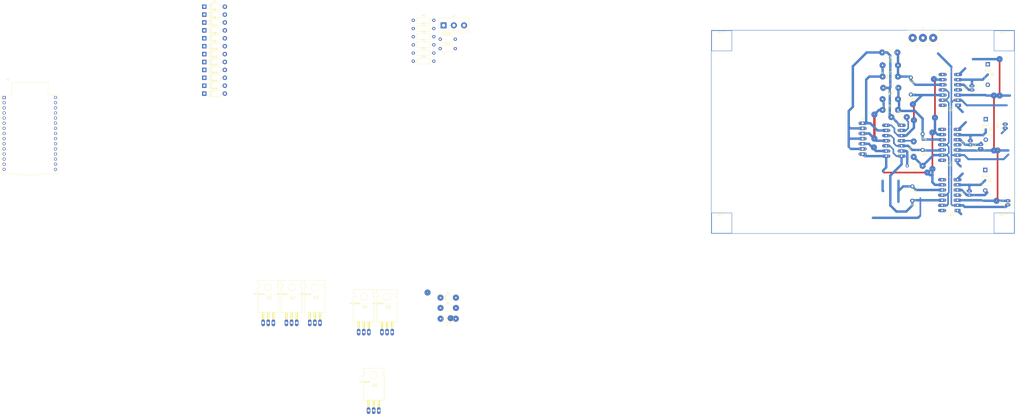
<source format=kicad_pcb>
(kicad_pcb (version 20221018) (generator pcbnew)
  (layers (0 "F.Cu" signal) (31 "B.Cu" signal) (34 "B.Paste" user) (35 "F.Paste" user) (36 "B.SilkS" user "B.Silkscreen") (37 "F.SilkS" user "F.Silkscreen") (38 "B.Mask" user) (39 "F.Mask" user) (44 "Edge.Cuts" user))
  (net 0 "")
  (net 1 "GND")
  (net 2 "VDD")
  (net 3 "Net-(U3-VS)")
  (net 4 "Net-(D3-K)")
  (net 5 "VCC")
  (net 6 "Net-(C7-Pad1)")
  (net 8 "Net-(C8-Pad1)")
  (net 9 "VSS")
  (net 10 "Net-(D2-K)")
  (net 11 "Net-(Q5-D)")
  (net 12 "Net-(D1-K)")
  (net 17 "Net-(TP1-Pad1)")
  (net 18 "Net-(C9-Pad1)")
  (net 19 "Net-(D4-Pad1)")
  (net 20 "Net-(TP3-Pad1)")
  (net 21 "Net-(TP4-Pad1)")
  (net 22 "Net-(D5-Pad1)")
  (net 23 "Net-(D6-Pad1)")
  (net 25 "Net-(R4-Pad2)")
  (net 26 "Net-(R5-Pad2)")
  (net 27 "Net-(R6-Pad2)")
  (net 32 "Net-(D4-A)")
  (net 33 "Net-(D4-K)")
  (net 34 "Net-(D6-A)")
  (net 36 "Net-(D8-A)")
  (net 38 "Net-(D10-A)")
  (net 40 "Net-(D12-A)")
  (net 42 "Net-(D14-A)")
  (net 43 "/INLC")
  (net 44 "/INHC")
  (net 45 "/INLA")
  (net 46 "/INLB")
  (net 47 "/INHA")
  (net 48 "/INHB")
  (net 49 "Net-(D6-K)")
  (net 70 "Net-(D3-A)")
  (net 71 "Net-(Q3-S)")
  (net 72 "Net-(D2-A)")
  (net 73 "Net-(J1-Pin_3)")
  (net 74 "Net-(D1-A)")
  (net 75 "Net-(D5-A)")
  (net 76 "Net-(D8-K)")
  (net 77 "Net-(D11-K)")
  (net 78 "Net-(D10-K)")
  (net 79 "Net-(D12-K)")
  (net 80 "Net-(D13-K)")
  (net 81 "Net-(D14-K)")
  (net 82 "Net-(Q1-S)")
  (footprint "Package_DIP:DIP-14_W7.62mm" (layer "F.Cu") (at 210.4945 72.44 180)
    (fp_text reference "U3")
    (fp_text value "IR2110")
  )
  (footprint "1N4007-Diotec-Symbol-Kicad-711646:P1_DO-41" (layer "F.Cu") (at -157.48 58.82)
    (fp_text reference "D13")
    (fp_text value "1N4007")
  )
  (footprint "Capacitor_THT:C_Radial_D5.0mm_H7.0mm_P2.00mm" (layer "F.Cu") (at 235.135 121.695 90)
    (fp_text reference "C6")
    (fp_text value "10UF")
  )
  (footprint "Diode_THT:D_DO-35_SOD27_P7.62mm_Horizontal" (layer "F.Cu") (at -45.66 167.64)
    (fp_text reference "D4")
    (fp_text value "1N4148")
  )
  (footprint "Resistor_THT:R_Axial_DIN0207_L6.3mm_D2.5mm_P10.16mm_Horizontal" (layer "F.Cu") (at -59.12 46.57)
    (fp_text reference "R5")
    (fp_text value "Resistor")
  )
  (footprint "IRF840:TO220" (layer "F.Cu") (at -119.38 173.736)
    (fp_text reference "Q2")
    (fp_text value "IRF840")
  )
  (footprint "Capacitor_THT:C_Radial_D5.0mm_H7.0mm_P2.00mm" (layer "F.Cu") (at 216.6005 91.977 90)
    (fp_text reference "C3")
    (fp_text value "10UF")
  )
  (footprint "Resistor_THT:R_Axial_DIN0207_L6.3mm_D2.5mm_P10.16mm_Horizontal" (layer "F.Cu") (at -59.12 30.37)
    (fp_text reference "R1")
    (fp_text value "Resistor")
  )
  (footprint "Resistor_THT:R_Axial_DIN0207_L6.3mm_D2.5mm_P7.62mm_Horizontal" (layer "F.Cu") (at 173.159 52.628)
    (fp_text reference "R2")
    (fp_text value "100")
  )
  (footprint "1N4007-Diotec-Symbol-Kicad-711646:P1_DO-41" (layer "F.Cu") (at -157.48 27.54)
    (fp_text reference "D5")
    (fp_text value "1N4007")
  )
  (footprint "Capacitor_THT:C_Axial_L5.1mm_D3.1mm_P7.50mm_Horizontal" (layer "F.Cu") (at 180.973 63.804 180)
    (fp_text reference "C8")
    (fp_text value "560pf")
  )
  (footprint "1N4007-Diotec-Symbol-Kicad-711646:P1_DO-41" (layer "F.Cu") (at 225.229 57.2 -90)
    (fp_text reference "D3")
    (fp_text value "1N4001")
  )
  (footprint "1N4007-Diotec-Symbol-Kicad-711646:P1_DO-41" (layer "F.Cu") (at -157.48 43.18)
    (fp_text reference "D9")
    (fp_text value "1N4007")
  )
  (footprint "IRF840:TO220" (layer "F.Cu") (at -72.1055 178.336)
    (fp_text reference "Q5")
    (fp_text value "IRF840")
  )
  (footprint "Resistor_THT:R_Axial_DIN0207_L6.3mm_D2.5mm_P10.16mm_Horizontal" (layer "F.Cu") (at -59.12 38.47)
    (fp_text reference "R3")
    (fp_text value "Resistor")
  )
  (footprint "Resistor_THT:R_Axial_DIN0207_L6.3mm_D2.5mm_P10.16mm_Horizontal" (layer "F.Cu") (at -59.12 34.42)
    (fp_text reference "R2")
    (fp_text value "Resistor")
  )
  (footprint "1N4007-Diotec-Symbol-Kicad-711646:P1_DO-41" (layer "F.Cu") (at -157.48 54.91)
    (fp_text reference "D12")
    (fp_text value "1N4148")
  )
  (footprint "IRF840:TO220" (layer "F.Cu") (at -107.839 173.736)
    (fp_text reference "Q3")
    (fp_text value "IRF840")
  )
  (footprint "Diode_THT:D_DO-35_SOD27_P7.62mm_Horizontal" (layer "F.Cu") (at 173.159 74.726)
    (fp_text reference "D6")
    (fp_text value "1N4148")
  )
  (footprint "Capacitor_THT:C_Radial_D5.0mm_H7.0mm_P2.00mm" (layer "F.Cu") (at 217.3625 64.799 90)
    (fp_text reference "C1")
    (fp_text value "10UF")
  )
  (footprint "Capacitor_THT:C_Axial_L5.1mm_D3.1mm_P7.50mm_Horizontal" (layer "F.Cu") (at -45.81 44.37)
    (fp_text reference "C11")
    (fp_text value "0.1uf")
  )
  (footprint "Capacitor_THT:C_Axial_L5.1mm_D3.1mm_P7.50mm_Horizontal" (layer "F.Cu") (at -38.1 178.054 180)
    (fp_text reference "C7")
    (fp_text value "560pf")
  )
  (footprint "1N4007-Diotec-Symbol-Kicad-711646:P1_DO-41" (layer "F.Cu") (at -157.48 51)
    (fp_text reference "D11")
    (fp_text value "1N4007")
  )
  (footprint "1N4007-Diotec-Symbol-Kicad-711646:P1_DO-41" (layer "F.Cu") (at -157.48 23.63)
    (fp_text reference "D4")
    (fp_text value "1N4148")
  )
  (footprint "Package_DIP:DIP-14_W7.62mm" (layer "F.Cu") (at 210.2405 99.618 180)
    (fp_text reference "U6")
    (fp_text value "IR2110")
  )
  (footprint "TerminalBlock:TerminalBlock_bornier-3_P5.08mm" (layer "F.Cu") (at 188.0415 39.058)
    (fp_text reference "J1")
    (fp_text value "Screw_Terminal_01x03")
  )
  (footprint "1N4007-Diotec-Symbol-Kicad-711646:P1_DO-41" (layer "F.Cu") (at -157.48 66.64)
    (fp_text reference "D15")
    (fp_text value "1N4007")
  )
  (footprint "Resistor_THT:R_Axial_DIN0207_L6.3mm_D2.5mm_P7.62mm_Horizontal" (layer "F.Cu") (at -45.66 172.72)
    (fp_text reference "R1")
    (fp_text value "100")
  )
  (footprint "Capacitor_THT:C_Axial_L5.1mm_D3.1mm_P7.50mm_Horizontal" (layer "F.Cu") (at 180.465 46.278 180)
    (fp_text reference "C9")
    (fp_text value "560pf")
  )
  (footprint "TerminalBlock:TerminalBlock_bornier-3_P5.08mm" (layer "F.Cu") (at -44.14 32.87)
    (fp_text reference "J1")
    (fp_text value "Screw_Terminal_01x03")
  )
  (footprint "MountingHole:MountingHole_3.2mm_M3" (layer "F.Cu") (at 93.475 40.6)
    (fp_text reference "REF**")
    (fp_text value "MountingHole_3.2mm_M3")
  )
  (footprint "MountingHole:MountingHole_3.2mm_M3" (layer "F.Cu") (at 233.68 40.64)
    (fp_text reference "REF**")
    (fp_text value "MountingHole_3.2mm_M3")
  )
  (footprint "Resistor_THT:R_Axial_DIN0207_L6.3mm_D2.5mm_P7.62mm_Horizontal" (layer "F.Cu") (at 192.971 102.412 180)
    (fp_text reference "R4")
    (fp_text value "10k")
  )
  (footprint "1N4007-Diotec-Symbol-Kicad-711646:P1_DO-41" (layer "F.Cu") (at -157.48 39.27)
    (fp_text reference "D8")
    (fp_text value "1N4148")
  )
  (footprint "Resistor_THT:R_Axial_DIN0207_L6.3mm_D2.5mm_P7.62mm_Horizontal" (layer "F.Cu") (at 177.477 78.282)
    (fp_text reference "R5")
    (fp_text value "10k")
  )
  (footprint "1N4007-Diotec-Symbol-Kicad-711646:P1_DO-41" (layer "F.Cu") (at -157.48 31.45)
    (fp_text reference "D6")
    (fp_text value "1N4148")
  )
  (footprint "Connector_PinHeader_2.54mm:PinHeader_1x07_P2.54mm_Vertical" (layer "F.Cu") (at 163.2605 81.32)
    (fp_text reference "J2")
    (fp_text value "Conn_01x07_Male")
  )
  (footprint "Package_DIP:DIP-14_W7.62mm" (layer "F.Cu") (at 210.2405 124.51 180)
    (fp_text reference "U9")
    (fp_text value "IR2110")
  )
  (footprint "Capacitor_THT:C_Radial_D5.0mm_H7.0mm_P2.00mm" (layer "F.Cu") (at 221.6985 93.81 90)
    (fp_text reference "C2")
    (fp_text value "10UF")
  )
  (footprint "Capacitor_THT:C_Radial_D5.0mm_H7.0mm_P2.00mm" (layer "F.Cu") (at 233.8405 83.7565 90)
    (fp_text reference "C4")
    (fp_text value "10UF")
  )
  (footprint "TestPoint:TestPoint_Loop_D1.80mm_Drill1.0mm_Beaded" (layer "F.Cu") (at 187.129 67.106)
    (fp_text reference "TP3")
    (fp_text value "TestPoint")
  )
  (footprint "IRF840:TO220" (layer "F.Cu") (at -78.74 217.17)
    (fp_text reference "Q6")
    (fp_text value "IRF840")
  )
  (footprint "TestPoint:TestPoint_Loop_D1.80mm_Drill1.0mm_Beaded" (layer "F.Cu") (at 192.971 86.664)
    (fp_text reference "TP6")
    (fp_text value "TestPoint")
  )
  (footprint "1N4007-Diotec-Symbol-Kicad-711646:P1_DO-41" (layer "F.Cu") (at -157.48 62.73)
    (fp_text reference "D14")
    (fp_text value "1N4148")
  )
  (footprint "Resistor_THT:R_Axial_DIN0207_L6.3mm_D2.5mm_P10.16mm_Horizontal" (layer "F.Cu") (at -59.12 50.62)
    (fp_text reference "R6")
    (fp_text value "Resistor")
  )
  (footprint "MountingHole:MountingHole_3.2mm_M3" (layer "F.Cu") (at 93.475 130.8)
    (fp_text reference "REF**")
    (fp_text value "MountingHole_3.2mm_M3")
  )
  (footprint "Resistor_THT:R_Axial_DIN0207_L6.3mm_D2.5mm_P7.62mm_Horizontal" (layer "F.Cu") (at 188.5514 97.9416 90)
    (fp_text reference "R6")
    (fp_text value "10k")
  )
  (footprint "MountingHole:MountingHole_3.2mm_M3" (layer "F.Cu") (at 233.2 130.8)
    (fp_text reference "REF**")
    (fp_text value "MountingHole_3.2mm_M3")
  )
  (footprint "IRF840:TO220" (layer "F.Cu") (at -130.921 173.736)
    (fp_text reference "Q1")
    (fp_text value "IRF840")
  )
  (footprint "ESP32-DEVKITC:MODULE_ESP32-DEVKITC" (layer "F.Cu") (at -248.92 91.44)
    (fp_text reference "A1")
    (fp_text value "ESP32_DevKit_V1_DOIT_30GPIOs")
  )
  (footprint "Capacitor_THT:C_Axial_L5.1mm_D3.1mm_P7.50mm_Horizontal" (layer "F.Cu") (at -45.81 39.72)
    (fp_text reference "C10")
    (fp_text value "10uf")
  )
  (footprint "Resistor_THT:R_Axial_DIN0207_L6.3mm_D2.5mm_P10.16mm_Horizontal" (layer "F.Cu") (at -59.12 42.52)
    (fp_text reference "R4")
    (fp_text value "Resistor")
  )
  (footprint "TestPoint:TestPoint_Loop_D1.80mm_Drill1.0mm_Beaded" (layer "F.Cu") (at 187.891 119.684)
    (fp_text reference "TP1")
    (fp_text value "TestPoint")
  )
  (footprint "Package_DIP:DIP-14_W7.62mm" (layer "F.Cu") (at 182.5545 97.586 180)
    (fp_text reference "U1")
    (fp_text value "74HC14")
  )
  (footprint "1N4007-Diotec-Symbol-Kicad-711646:P1_DO-41" (layer "F.Cu") (at -157.48 35.36)
    (fp_text reference "D7")
    (fp_text value "1N4007")
  )
  (footprint "1N4007-Diotec-Symbol-Kicad-711646:P1_DO-41" (layer "F.Cu") (at -157.48 47.09)
    (fp_text reference "D10")
    (fp_text value "1N4148")
  )
  (footprint "IRF840:TO220" (layer "F.Cu") (at -83.6465 178.336)
    (fp_text reference "Q4")
    (fp_text value "IRF840")
  )
  (footprint "TestPoint:TestPoint_Loop_D1.80mm_Drill1.0mm_Beaded" (layer "F.Cu") (at 187.891 112.572)
    (fp_text reference "TP2")
    (fp_text value "TestPoint")
  )
  (footprint "TestPoint:TestPoint_Loop_D1.80mm_Drill1.0mm_Beaded" (layer "F.Cu") (at 187.129 58.724)
    (fp_text reference "TP5")
    (fp_text value "TestPoint")
  )
  (footprint "Capacitor_THT:C_Radial_D5.0mm_H7.0mm_P2.00mm" (layer "F.Cu") (at 216.0925 116.869 90)
    (fp_text reference "C5")
    (fp_text value "10UF")
  )
  (footprint "Diode_THT:D_DO-35_SOD27_P7.62mm_Horizontal" (layer "F.Cu") (at 173.159 58.216)
    (fp_text reference "D5")
    (fp_text value "1N4148")
  )
  (footprint "1N4007-Diotec-Symbol-Kicad-711646:P1_DO-41" (layer "F.Cu") (at 223.959 109.524 -90)
    (fp_text reference "D1")
    (fp_text value "1N4001")
  )
  (footprint "1N4007-Diotec-Symbol-Kicad-711646:P1_DO-41" (layer "F.Cu") (at 224.213 84.378 -90)
    (fp_text reference "D2")
    (fp_text value "1N4001")
  )
  (footprint "TestPoint:TestPoint_Loop_D1.80mm_Drill1.0mm_Beaded" (layer "F.Cu") (at 192.971 94.538)
    (fp_text reference "TP4")
    (fp_text value "TestPoint")
  )
  (footprint "Resistor_THT:R_Axial_DIN0207_L6.3mm_D2.5mm_P7.62mm_Horizontal" (layer "F.Cu") (at 173.159 69.392)
    (fp_text reference "R3")
    (fp_text value "100")
  )
  (gr_rect (start 228.3 35.5) (end 238.3 45.5) (stroke (width 0.2)) (fill none) (layer "B.Cu"))
  (gr_rect (start 88.392 35.306) (end 238.468 135.89) (stroke (width 0.2)) (fill none) (layer "B.Cu"))
  (gr_rect (start 228.3 125.7) (end 238.3 135.7) (stroke (width 0.2)) (fill none) (layer "B.Cu"))
  (gr_rect (start 88.575 35.5) (end 98.575 45.5) (stroke (width 0.2)) (fill none) (layer "B.Cu"))
  (gr_rect (start 88.575 125.7) (end 98.575 135.7) (stroke (width 0.2)) (fill none) (layer "B.Cu"))
  (segment (start 216.0925 116.869) (end 223.726 116.869) (width 1.2) (layer "B.Cu") (net 0))
  (segment (start 214.8065 116.869) (end 216.0925 116.869) (width 0.8) (layer "B.Cu") (net 0))
  (segment (start 212.2875 114.35) (end 214.8065 116.869) (width 1.2) (layer "B.Cu") (net 0))
  (segment (start 210.2405 114.35) (end 212.2875 114.35) (width 1.2) (layer "B.Cu") (net 0))
  (segment (start 223.726 116.869) (end 224.985 115.61) (width 1.2) (layer "B.Cu") (net 0))
  (segment (start 207.449 97.078) (end 207.195 97.332) (width 0.8) (layer "B.Cu") (net 1))
  (segment (start 210.2405 97.078) (end 213.545 97.078) (width 1) (layer "B.Cu") (net 1))
  (segment (start 215.577 99.11) (end 233.087 99.11) (width 1) (layer "B.Cu") (net 1))
  (segment (start 232.0625 86.3175) (end 233.8405 84.5395) (width 1) (layer "B.Cu") (net 1))
  (segment (start 233.087 99.11) (end 235.389 96.808) (width 1) (layer "B.Cu") (net 1))
  (segment (start 207.195 71.17) (end 207.195 53.39) (width 0.8) (layer "B.Cu") (net 1))
  (segment (start 207.195 53.39) (end 200.591 46.786) (width 1.2) (layer "B.Cu") (net 1))
  (segment (start 234.098 122.732) (end 235.135 121.695) (width 1.2) (layer "B.Cu") (net 1))
  (segment (start 210.4945 69.9) (end 208.465 69.9) (width 0.8) (layer "B.Cu") (net 1))
  (segment (start 212.275 69.9) (end 214.815 72.44) (width 1) (layer "B.Cu") (net 1))
  (segment (start 213.545 97.078) (end 215.577 99.11) (width 1) (layer "B.Cu") (net 1))
  (segment (start 207.703 121.97) (end 210.2405 121.97) (width 0.8) (layer "B.Cu") (net 1))
  (segment (start 207.195 121.462) (end 207.703 121.97) (width 0.8) (layer "B.Cu") (net 1))
  (segment (start 211.005 121.97) (end 210.2405 121.97) (width 0.8) (layer "B.Cu") (net 1))
  (segment (start 208.465 69.9) (end 207.195 71.17) (width 0.8) (layer "B.Cu") (net 1))
  (segment (start 207.195 97.332) (end 207.195 121.462) (width 0.8) (layer "B.Cu") (net 1))
  (segment (start 213.799 122.732) (end 234.098 122.732) (width 1.2) (layer "B.Cu") (net 1))
  (segment (start 207.195 71.17) (end 207.195 97.332) (width 0.8) (layer "B.Cu") (net 1))
  (segment (start 210.4945 69.9) (end 212.275 69.9) (width 0.8) (layer "B.Cu") (net 1))
  (segment (start 214.815 72.44) (end 234.627 72.44) (width 1) (layer "B.Cu") (net 1))
  (segment (start 210.2405 97.078) (end 207.449 97.078) (width 0.8) (layer "B.Cu") (net 1))
  (segment (start 211.005 121.97) (end 213.037 121.97) (width 1.2) (layer "B.Cu") (net 1))
  (segment (start 213.037 121.97) (end 213.799 122.732) (width 1.2) (layer "B.Cu") (net 1))
  (segment (start 233.8405 84.5395) (end 233.8405 83.7565) (width 0.8) (layer "B.Cu") (net 1))
  (segment (start 233.8195 83.7775) (end 233.8405 83.7565) (width 0.8) (layer "B.Cu") (net 1))
  (segment (start 231.066 67.609) (end 231.066 49.585) (width 0.8) (layer "F.Cu") (net 2))
  (segment (start 228.282 67.619) (end 228.277 67.614) (width 0.8) (layer "F.Cu") (net 2))
  (segment (start 228.282 94.787) (end 228.282 67.619) (width 0.8) (layer "F.Cu") (net 2))
  (segment (start 231.071 49.58) (end 231.066 49.585) (width 0.8) (layer "F.Cu") (net 2))
  (segment (start 229.542 119.679) (end 230.055 119.166) (width 0.8) (layer "F.Cu") (net 2))
  (segment (start 230.055 119.166) (end 230.055 94.792) (width 0.8) (layer "F.Cu") (net 2))
  (via (at 231.066 49.585) (size 3) (drill 0.4) (layers "F.Cu" "B.Cu") (net 2))
  (via (at 229.542 119.679) (size 3) (drill 0.4) (layers "F.Cu" "B.Cu") (net 2))
  (via (at 230.055 94.792) (size 3) (drill 0.4) (layers "F.Cu" "B.Cu") (net 2))
  (via (at 231.066 67.609) (size 3) (drill 0.4) (layers "F.Cu" "B.Cu") (net 2))
  (via (at 228.282 94.787) (size 3) (drill 0.4) (layers "F.Cu" "B.Cu") (net 2))
  (via (at 228.277 67.614) (size 3) (drill 0.4) (layers "F.Cu" "B.Cu") (net 2))
  (segment (start 228.282 67.609) (end 230.568 67.609) (width 0.8) (layer "B.Cu") (net 2))
  (segment (start 224.4745 67.609) (end 231.066 67.609) (width 1.2) (layer "B.Cu") (net 2))
  (segment (start 210.2405 94.792) (end 223.1995 94.792) (width 1.2) (layer "B.Cu") (net 2))
  (segment (start 223.1995 94.792) (end 223.2045 94.787) (width 0.8) (layer "B.Cu") (net 2))
  (segment (start 222.1885 119.425) (end 222.4585 119.695) (width 0.8) (layer "B.Cu") (net 2))
  (segment (start 223.2045 119.679) (end 229.542 119.679) (width 1.2) (layer "B.Cu") (net 2))
  (segment (start 223.2045 94.787) (end 235.368 94.787) (width 1.2) (layer "B.Cu") (net 2))
  (segment (start 235.368 94.787) (end 235.389 94.808) (width 0.8) (layer "B.Cu") (net 2))
  (segment (start 222.1835 119.43) (end 222.1885 119.425) (width 0.8) (layer "B.Cu") (net 2))
  (segment (start 235.135 119.695) (end 229.558 119.695) (width 1.2) (layer "B.Cu") (net 2))
  (segment (start 210.4945 67.36) (end 224.2255 67.36) (width 1.2) (layer "B.Cu") (net 2))
  (segment (start 228.277 67.614) (end 228.282 67.609) (width 0.8) (layer "B.Cu") (net 2))
  (segment (start 231.066 49.585) (end 217.868 49.585) (width 1.2) (layer "B.Cu") (net 2))
  (segment (start 210.2405 119.43) (end 222.1835 119.43) (width 1.2) (layer "B.Cu") (net 2))
  (segment (start 231.066 67.609) (end 236.135 67.609) (width 1.2) (layer "B.Cu") (net 2))
  (segment (start 224.2255 67.36) (end 224.4745 67.609) (width 0.8) (layer "B.Cu") (net 2))
  (segment (start 229.558 119.695) (end 229.542 119.679) (width 0.8) (layer "B.Cu") (net 2))
  (segment (start 217.3625 64.799) (end 215.8225 64.799) (width 0.8) (layer "B.Cu") (net 3))
  (segment (start 213.3035 62.28) (end 210.4945 62.28) (width 1.2) (layer "B.Cu") (net 3))
  (segment (start 215.8225 64.799) (end 213.3035 62.28) (width 1.2) (layer "B.Cu") (net 3))
  (segment (start 217.3625 62.799) (end 217.3625 60.2405) (width 1.2) (layer "B.Cu") (net 4))
  (segment (start 222.689 59.74) (end 225.229 57.2) (width 1.2) (layer "B.Cu") (net 4))
  (segment (start 217.3625 60.2405) (end 217.863 59.74) (width 0.8) (layer "B.Cu") (net 4))
  (segment (start 210.4945 59.74) (end 217.863 59.74) (width 1.2) (layer "B.Cu") (net 4))
  (segment (start 217.863 59.74) (end 222.689 59.74) (width 1.2) (layer "B.Cu") (net 4))
  (segment (start 197.8045 85.897) (end 197.8045 103.931) (width 0.8) (layer "F.Cu") (net 5))
  (segment (start 195.257 105.714) (end 173.921 105.714) (width 0.8) (layer "F.Cu") (net 5))
  (segment (start 199.0745 78.531) (end 199.0745 60.0015) (width 0.8) (layer "F.Cu") (net 5))
  (segment (start 199.5825 79.039) (end 199.0745 78.531) (width 0.8) (layer "F.Cu") (net 5))
  (segment (start 173.921 105.714) (end 173.413 105.206) (width 0.8) (layer "F.Cu") (net 5))
  (segment (start 199.0745 60.0015) (end 198.559 59.486) (width 0.8) (layer "F.Cu") (net 5))
  (via (at 198.559 59.486) (size 3) (drill 0.4) (layers "F.Cu" "B.Cu") (net 5))
  (via (at 195.257 105.714) (size 3) (drill 0.4) (layers "F.Cu" "B.Cu") (net 5))
  (via (at -40.64 177.8) (size 3) (drill 0.4) (layers "F.Cu" "B.Cu") (net 5))
  (via (at 199.0745 78.531) (size 3) (drill 0.4) (layers "F.Cu" "B.Cu") (net 5))
  (via (at 197.8045 85.897) (size 3) (drill 0.4) (layers "F.Cu" "B.Cu") (net 5))
  (via (at 197.8045 103.931) (size 3) (drill 0.4) (layers "F.Cu" "B.Cu") (net 5))
  (segment (start 197.8045 106.979) (end 196.522 106.979) (width 1.2) (layer "B.Cu") (net 5))
  (segment (start 199.0745 85.643) (end 198.0585 85.643) (width 0.8) (layer "B.Cu") (net 5))
  (segment (start 198.813 59.74) (end 198.559 59.486) (width 1.2) (layer "B.Cu") (net 5))
  (segment (start 199.0745 85.643) (end 199.0745 78.531) (width 1.2) (layer "B.Cu") (net 5))
  (segment (start 197.8045 110.535) (end 199.0795 111.81) (width 1.2) (layer "B.Cu") (net 5))
  (segment (start 200.3495 86.918) (end 199.0745 85.643) (width 1.2) (layer "B.Cu") (net 5))
  (segment (start 174.9345 103.1715) (end 174.9345 97.586) (width 1.2) (layer "B.Cu") (net 5))
  (segment (start 202.8745 59.74) (end 198.813 59.74) (width 1.2) (layer "B.Cu") (net 5))
  (segment (start 197.8045 103.931) (end 197.8045 106.979) (width 1.2) (layer "B.Cu") (net 5))
  (segment (start 174.9345 97.586) (end 164.2865 97.586) (width 1.2) (layer "B.Cu") (net 5))
  (segment (start 199.0795 111.81) (end 202.6205 111.81) (width 1.2) (layer "B.Cu") (net 5))
  (segment (start 173.413 104.693) (end 174.9345 103.1715) (width 1.2) (layer "B.Cu") (net 5))
  (segment (start 202.6205 86.918) (end 200.3495 86.918) (width 1.2) (layer "B.Cu") (net 5))
  (segment (start 196.522 106.979) (end 195.257 105.714) (width 1.2) (layer "B.Cu") (net 5))
  (segment (start 173.413 105.206) (end 173.413 104.693) (width 1.2) (layer "B.Cu") (net 5))
  (segment (start 198.0585 85.643) (end 197.8045 85.897) (width 0.8) (layer "B.Cu") (net 5))
  (segment (start 164.2865 97.586) (end 163.2605 96.56) (width 1.2) (layer "B.Cu") (net 5))
  (segment (start 197.8045 106.979) (end 197.8045 110.535) (width 1.2) (layer "B.Cu") (net 5))
  (segment (start 202.6205 89.458) (end 202.5697 89.5088) (width 0.8) (layer "B.Cu") (net 8))
  (segment (start 192.971 79.044) (end 192.971 86.664) (width 1.2) (layer "B.Cu") (net 8))
  (segment (start 180.973 69.078) (end 181.287 69.392) (width 0.8) (layer "B.Cu") (net 8))
  (segment (start 201.8102 89.3564) (end 201.9626 89.5088) (width 1.2) (layer "B.Cu") (net 8))
  (segment (start 189.161 75.234) (end 189.923 75.996) (width 1.2) (layer "B.Cu") (net 8))
  (segment (start 193.0218 89.5088) (end 193.1234 89.5088) (width 0.8) (layer "B.Cu") (net 8))
  (segment (start 181.541 75.234) (end 189.161 75.234) (width 1.2) (layer "B.Cu") (net 8))
  (segment (start 192.971 86.664) (end 192.971 89.458) (width 1.2) (layer "B.Cu") (net 8))
  (segment (start 181.287 74.472) (end 181.033 74.726) (width 0.8) (layer "B.Cu") (net 8))
  (segment (start 192.971 89.458) (end 193.0218 89.5088) (width 0.8) (layer "B.Cu") (net 8))
  (segment (start 180.973 63.804) (end 180.973 69.078) (width 1.2) (layer "B.Cu") (net 8))
  (segment (start 202.5697 89.5088) (end 201.9626 89.5088) (width 0.8) (layer "B.Cu") (net 8))
  (segment (start 181.033 74.726) (end 181.541 75.234) (width 0.8) (layer "B.Cu") (net 8))
  (segment (start 193.2758 89.3564) (end 201.8102 89.3564) (width 1.2) (layer "B.Cu") (net 8))
  (segment (start 181.287 69.392) (end 181.287 74.472) (width 1.2) (layer "B.Cu") (net 8))
  (segment (start 189.923 75.996) (end 192.971 79.044) (width 1.2) (layer "B.Cu") (net 8))
  (segment (start 193.1234 89.5088) (end 193.2758 89.3564) (width 1.2) (layer "B.Cu") (net 8))
  (segment (start 187.891 97.586) (end 188.145 97.586) (width 0.8) (layer "B.Cu") (net 9))
  (segment (start 202.6205 91.998) (end 204.909 91.998) (width 0.8) (layer "B.Cu") (net 9))
  (segment (start 205.925 98.094) (end 205.925 115.62) (width 0.8) (layer "B.Cu") (net 9))
  (segment (start 204.909 97.078) (end 202.6205 97.078) (width 0.8) (layer "B.Cu") (net 9))
  (segment (start 156.395 93.014) (end 156.395 88.188) (width 1.2) (layer "B.Cu") (net 9))
  (segment (start 205.925 115.62) (end 205.544 116.001) (width 0.8) (layer "B.Cu") (net 9))
  (segment (start 181.795 82.346) (end 176.715 77.266) (width 1.2) (layer "B.Cu") (net 9))
  (segment (start 172.965 46.278) (end 175.445 46.278) (width 1.2) (layer "B.Cu") (net 9))
  (segment (start 158.427 72.948) (end 158.427 57.708) (width 1.2) (layer "B.Cu") (net 9))
  (segment (start 205.925 96.062) (end 204.909 97.078) (width 0.8) (layer "B.Cu") (net 9))
  (segment (start 205.925 68.376) (end 205.163 69.138) (width 0.8) (layer "B.Cu") (net 9))
  (segment (start 202.6205 97.078) (end 198.305 97.078) (width 1.2) (layer "B.Cu") (net 9))
  (segment (start 163.2605 88.94) (end 157.147 88.94) (width 1.2) (layer "B.Cu") (net 9))
  (segment (start 157.401 83.86) (end 156.395 82.854) (width 0.8) (layer "B.Cu") (net 9))
  (segment (start 202.6205 121.97) (end 204.909 121.97) (width 1.2) (layer "B.Cu") (net 9))
  (segment (start 156.395 88.188) (end 156.395 82.854) (width 1.2) (layer "B.Cu") (net 9))
  (segment (start 205.925 71.17) (end 205.925 90.982) (width 0.8) (layer "B.Cu") (net 9))
  (segment (start 176.969 63.55) (end 176.715 63.804) (width 0.8) (layer "B.Cu") (net 9))
  (segment (start 205.925 93.014) (end 205.925 96.062) (width 0.8) (layer "B.Cu") (net 9))
  (segment (start 205.544 121.335) (end 204.909 121.97) (width 0.8) (layer "B.Cu") (net 9))
  (segment (start 190.7105 128.116) (end 191.4725 127.354) (width 1.2) (layer "B.Cu") (net 9))
  (segment (start 165.285 46.278) (end 158.427 53.136) (width 1.2) (layer "B.Cu") (net 9))
  (segment (start 190.4565 128.116) (end 168.3585 128.116) (width 1.2) (layer "B.Cu") (net 9))
  (segment (start 156.395 75.234) (end 158.554 73.075) (width 1.2) (layer "B.Cu") (net 9))
  (segment (start 202.8745 69.9) (end 204.401 69.9) (width 0.8) (layer "B.Cu") (net 9))
  (segment (start 163.2605 83.86) (end 157.401 83.86) (width 1.2) (layer "B.Cu") (net 9))
  (segment (start 172.965 46.278) (end 165.285 46.278) (width 1.2) (layer "B.Cu") (net 9))
  (segment (start 188.145 97.586) (end 192.971 102.412) (width 1.2) (layer "B.Cu") (net 9))
  (segment (start 205.925 66.09) (end 205.925 68.376) (width 0.8) (layer "B.Cu") (net 9))
  (segment (start 205.544 116.001) (end 204.655 116.89) (width 0.8) (layer "B.Cu") (net 9))
  (segment (start 190.4565 128.116) (end 190.7105 128.116) (width 0.8) (layer "B.Cu") (net 9))
  (segment (start 156.395 82.854) (end 156.395 75.234) (width 1.2) (layer "B.Cu") (net 9))
  (segment (start 204.655 69.9) (end 205.925 71.17) (width 0.8) (layer "B.Cu") (net 9))
  (segment (start 204.655 64.82) (end 205.925 66.09) (width 0.8) (layer "B.Cu") (net 9))
  (segment (start 176.969 47.802) (end 176.969 63.55) (width 1.2) (layer "B.Cu") (net 9))
  (segment (start 190.9645 128.116) (end 190.4565 128.116) (width 0.8) (layer "B.Cu") (net 9))
  (segment (start 158.427 53.136) (end 158.427 57.708) (width 1.2) (layer "B.Cu") (net 9))
  (segment (start 202.8745 69.9) (end 204.655 69.9) (width 0.8) (layer "B.Cu") (net 9))
  (segment (start 176.715 77.266) (end 176.715 63.804) (width 1.2) (layer "B.Cu") (net 9))
  (segment (start 157.147 88.94) (end 156.395 88.188) (width 0.8) (layer "B.Cu") (net 9))
  (segment (start 175.445 46.278) (end 176.969 47.802) (width 1.2) (layer "B.Cu") (net 9))
  (segment (start 176.715 63.804) (end 173.473 63.804) (width 1.2) (layer "B.Cu") (net 9))
  (segment (start 198.305 97.078) (end 192.971 102.412) (width 1.2) (layer "B.Cu") (net 9))
  (segment (start 158.427 72.948) (end 158.554 73.075) (width 0.8) (layer "B.Cu") (net 9))
  (segment (start 205.544 116.001) (end 205.544 121.335) (width 0.8) (layer "B.Cu") (net 9))
  (segment (start 191.8535 126.973) (end 191.8535 118.337) (width 0.8) (layer "B.Cu") (net 9))
  (segment (start 163.2605 94.02) (end 157.401 94.02) (width 1.2) (layer "B.Cu") (net 9))
  (segment (start 202.8745 64.82) (end 204.655 64.82) (width 0.8) (layer "B.Cu") (net 9))
  (segment (start 204.909 91.998) (end 205.925 93.014) (width 0.8) (layer "B.Cu") (net 9))
  (segment (start 204.401 69.9) (end 205.163 69.138) (width 0.8) (layer "B.Cu") (net 9))
  (segment (start 190.7105 128.116) (end 191.8535 126.973) (width 0.8) (layer "B.Cu") (net 9))
  (segment (start 205.925 90.982) (end 204.909 91.998) (width 0.8) (layer "B.Cu") (net 9))
  (segment (start 204.909 97.078) (end 205.925 98.094) (width 0.8) (layer "B.Cu") (net 9))
  (segment (start 204.655 116.89) (end 202.6205 116.89) (width 0.8) (layer "B.Cu") (net 9))
  (segment (start 157.401 94.02) (end 156.395 93.014) (width 0.8) (layer "B.Cu") (net 9))
  (segment (start 182.5545 82.346) (end 181.795 82.346) (width 0.8) (layer "B.Cu") (net 9))
  (segment (start 222.943 87.172) (end 224.213 85.902) (width 1.2) (layer "B.Cu") (net 10))
  (segment (start 224.213 85.902) (end 224.213 84.378) (width 1.2) (layer "B.Cu") (net 10))
  (segment (start 210.2405 87.172) (end 217.355 87.172) (width 1.2) (layer "B.Cu") (net 10))
  (segment (start 216.6005 89.977) (end 216.6005 87.9265) (width 1.2) (layer "B.Cu") (net 10))
  (segment (start 217.355 87.172) (end 222.943 87.172) (width 1.2) (layer "B.Cu") (net 10))
  (segment (start 216.6005 87.9265) (end 217.355 87.172) (width 0.8) (layer "B.Cu") (net 10))
  (segment (start 221.673 111.81) (end 223.959 109.524) (width 1.2) (layer "B.Cu") (net 12))
  (segment (start 210.2405 111.81) (end 216.085 111.81) (width 1.2) (layer "B.Cu") (net 12))
  (segment (start 216.0925 114.869) (end 216.0925 111.8175) (width 1.2) (layer "B.Cu") (net 12))
  (segment (start 216.085 111.81) (end 221.673 111.81) (width 1.2) (layer "B.Cu") (net 12))
  (segment (start 216.0925 111.8175) (end 216.085 111.81) (width 0.8) (layer "B.Cu") (net 12))
  (segment (start 176.969 121.97) (end 176.969 107.238) (width 1.2) (layer "B.Cu") (net 17))
  (segment (start 190.172 119.425) (end 187.388 119.425) (width 1.2) (layer "B.Cu") (net 17))
  (segment (start 187.891 121.97) (end 184.843 125.018) (width 1.2) (layer "B.Cu") (net 17))
  (segment (start 184.843 125.018) (end 180.017 125.018) (width 1.2) (layer "B.Cu") (net 17))
  (segment (start 174.9345 92.506) (end 176.715 92.506) (width 0.8) (layer "B.Cu") (net 17))
  (segment (start 176.715 92.506) (end 178.493 94.284) (width 0.8) (layer "B.Cu") (net 17))
  (segment (start 182.5545 97.586) (end 183.827 97.586) (width 0.8) (layer "B.Cu") (net 17))
  (segment (start 187.388 119.425) (end 187.129 119.684) (width 0.8) (layer "B.Cu") (net 17))
  (segment (start 176.969 107.238) (end 182.5545 101.6525) (width 1.2) (layer "B.Cu") (net 17))
  (segment (start 180.017 125.018) (end 176.969 121.97) (width 1.2) (layer "B.Cu") (net 17))
  (segment (start 202.6205 119.43) (end 202.6155 119.425) (width 0.8) (layer "B.Cu") (net 17))
  (segment (start 187.129 119.684) (end 187.891 119.684) (width 0.8) (layer "B.Cu") (net 17))
  (segment (start 178.493 96.062) (end 180.017 97.586) (width 0.8) (layer "B.Cu") (net 17))
  (segment (start 187.891 119.684) (end 187.891 121.97) (width 1.2) (layer "B.Cu") (net 17))
  (segment (start 202.6155 119.425) (end 190.172 119.425) (width 1.2) (layer "B.Cu") (net 17))
  (segment (start 202.6205 119.43) (end 203.3825 119.43) (width 0.8) (layer "B.Cu") (net 17))
  (segment (start 180.017 97.586) (end 182.5545 97.586) (width 0.8) (layer "B.Cu") (net 17))
  (segment (start 182.5545 101.6525) (end 182.5545 97.586) (width 1.2) (layer "B.Cu") (net 17))
  (segment (start 178.493 94.284) (end 178.493 96.062) (width 0.8) (layer "B.Cu") (net 17))
  (segment (start 186.621 58.216) (end 187.129 58.724) (width 0.8) (layer "B.Cu") (net 18))
  (segment (start 180.779 52.628) (end 180.779 58.216) (width 1.2) (layer "B.Cu") (net 18))
  (segment (start 186.875 58.978) (end 187.129 58.724) (width 0.8) (layer "B.Cu") (net 18))
  (segment (start 180.779 46.592) (end 180.465 46.278) (width 0.8) (layer "B.Cu") (net 18))
  (segment (start 189.415 62.28) (end 187.129 59.994) (width 1.2) (layer "B.Cu") (net 18))
  (segment (start 187.129 59.994) (end 187.129 58.724) (width 1.2) (layer "B.Cu") (net 18))
  (segment (start 180.779 52.628) (end 180.779 46.592) (width 1.2) (layer "B.Cu") (net 18))
  (segment (start 181.033 52.374) (end 180.779 52.628) (width 0.8) (layer "B.Cu") (net 18))
  (segment (start 180.779 58.216) (end 186.621 58.216) (width 1.2) (layer "B.Cu") (net 18))
  (segment (start 202.8745 62.28) (end 189.415 62.28) (width 1.2) (layer "B.Cu") (net 18))
  (segment (start 168.079 94.03) (end 168.841 93.268) (width 0.8) (layer "F.Cu") (net 19))
  (via (at 168.841 93.268) (size 3) (drill 0.4) (layers "F.Cu" "B.Cu") (net 19))
  (via (at -52.07 165.1) (size 3) (drill 0.4) (layers "F.Cu" "B.Cu") (net 19))
  (segment (start 173.159 114.604) (end 173.413 114.858) (width 1.2) (layer "B.Cu") (net 19))
  (segment (start 166.3035 91.48) (end 169.8695 95.046) (width 1.2) (layer "B.Cu") (net 19))
  (segment (start 163.2605 91.48) (end 166.3035 91.48) (width 1.2) (layer "B.Cu") (net 19))
  (segment (start 169.8695 95.046) (end 174.9345 95.046) (width 1.2) (layer "B.Cu") (net 19))
  (segment (start 173.159 109.778) (end 173.159 114.604) (width 1.2) (layer "B.Cu") (net 19))
  (segment (start 188.653 79.806) (end 188.653 72.44) (width 0.8) (layer "F.Cu") (net 20))
  (segment (start 188.653 72.44) (end 188.145 71.932) (width 0.8) (layer "F.Cu") (net 20))
  (via (at 188.145 71.932) (size 3) (drill 0.4) (layers "F.Cu" "B.Cu") (net 20))
  (via (at 188.653 79.806) (size 3) (drill 0.4) (layers "F.Cu" "B.Cu") (net 20))
  (segment (start 184.843 87.426) (end 188.653 83.616) (width 1.2) (layer "B.Cu") (net 20))
  (segment (start 179.001 83.87) (end 177.477 82.346) (width 0.8) (layer "B.Cu") (net 20))
  (segment (start 182.5545 87.426) (end 180.779 87.426) (width 0.8) (layer "B.Cu") (net 20))
  (segment (start 188.653 83.616) (end 188.653 79.806) (width 1.2) (layer "B.Cu") (net 20))
  (segment (start 187.383 67.36) (end 187.129 67.106) (width 0.8) (layer "B.Cu") (net 20))
  (segment (start 182.5545 87.426) (end 184.843 87.426) (width 1.2) (layer "B.Cu") (net 20))
  (segment (start 177.477 82.346) (end 174.9345 82.346) (width 0.8) (layer "B.Cu") (net 20))
  (segment (start 202.8745 67.36) (end 192.717 67.36) (width 1.2) (layer "B.Cu") (net 20))
  (segment (start 187.129 67.106) (end 189.669 67.106) (width 0.8) (layer "B.Cu") (net 20))
  (segment (start 188.145 71.932) (end 192.717 67.36) (width 1.2) (layer "B.Cu") (net 20))
  (segment (start 180.779 87.426) (end 179.001 85.648) (width 0.8) (layer "B.Cu") (net 20))
  (segment (start 179.001 85.648) (end 179.001 83.87) (width 0.8) (layer "B.Cu") (net 20))
  (segment (start 192.717 67.36) (end 187.383 67.36) (width 1.2) (layer "B.Cu") (net 20))
  (segment (start 185.7574 92.506) (end 187.7894 94.538) (width 1.2) (layer "B.Cu") (net 21))
  (segment (start 192.971 94.538) (end 192.717 94.792) (width 0.8) (layer "B.Cu") (net 21))
  (segment (start 182.5545 92.506) (end 185.7574 92.506) (width 1.2) (layer "B.Cu") (net 21))
  (segment (start 187.7894 94.538) (end 192.971 94.538) (width 1.2) (layer "B.Cu") (net 21))
  (segment (start 178.747 88.95) (end 178.747 91.236) (width 0.8) (layer "B.Cu") (net 21))
  (segment (start 180.017 92.506) (end 182.5545 92.506) (width 0.8) (layer "B.Cu") (net 21))
  (segment (start 174.9345 87.426) (end 177.223 87.426) (width 0.8) (layer "B.Cu") (net 21))
  (segment (start 177.223 87.426) (end 178.747 88.95) (width 0.8) (layer "B.Cu") (net 21))
  (segment (start 192.717 94.792) (end 202.6205 94.792) (width 1.2) (layer "B.Cu") (net 21))
  (segment (start 178.747 91.236) (end 180.017 92.506) (width 0.8) (layer "B.Cu") (net 21))
  (segment (start 173.159 58.216) (end 166.555 58.216) (width 1.2) (layer "B.Cu") (net 22))
  (segment (start 163.2605 81.32) (end 166.037 81.32) (width 1.2) (layer "B.Cu") (net 22))
  (segment (start 170.6315 84.886) (end 174.9345 84.886) (width 1.2) (layer "B.Cu") (net 22))
  (segment (start 165.031 59.74) (end 165.031 80.314) (width 1.2) (layer "B.Cu") (net 22))
  (segment (start 165.031 80.314) (end 166.037 81.32) (width 0.8) (layer "B.Cu") (net 22))
  (segment (start 166.037 81.32) (end 167.0655 81.32) (width 1.2) (layer "B.Cu") (net 22))
  (segment (start 173.159 52.628) (end 173.159 58.216) (width 1.2) (layer "B.Cu") (net 22))
  (segment (start 166.555 58.216) (end 165.031 59.74) (width 1.2) (layer "B.Cu") (net 22))
  (segment (start 167.0655 81.32) (end 170.6315 84.886) (width 1.2) (layer "B.Cu") (net 22))
  (segment (start 169.095 88.95) (end 169.095 77.012) (width 1.2) (layer "F.Cu") (net 23))
  (via (at 169.095 88.95) (size 3) (drill 0.4) (layers "F.Cu" "B.Cu") (net 23))
  (via (at 169.095 77.012) (size 3) (drill 0.4) (layers "F.Cu" "B.Cu") (net 23))
  (segment (start 173.413 74.726) (end 171.381 74.726) (width 1.2) (layer "B.Cu") (net 23))
  (segment (start 170.1235 89.966) (end 174.9345 89.966) (width 1.2) (layer "B.Cu") (net 23))
  (segment (start 166.5575 86.4) (end 166.5575 86.4125) (width 1.2) (layer "B.Cu") (net 23))
  (segment (start 166.5575 86.4125) (end 169.095 88.95) (width 1.2) (layer "B.Cu") (net 23))
  (segment (start 173.667 74.472) (end 173.413 74.726) (width 0.8) (layer "B.Cu") (net 23))
  (segment (start 171.381 74.726) (end 169.095 77.012) (width 1.2) (layer "B.Cu") (net 23))
  (segment (start 166.5575 86.4) (end 170.1235 89.966) (width 1.2) (layer "B.Cu") (net 23))
  (segment (start 173.667 69.392) (end 173.667 74.472) (width 1.2) (layer "B.Cu") (net 23))
  (segment (start 163.2605 86.4) (end 166.5575 86.4) (width 1.2) (layer "B.Cu") (net 23))
  (segment (start 182.5545 95.046) (end 184.843 95.046) (width 1.2) (layer "B.Cu") (net 25))
  (segment (start 185.351 95.554) (end 185.351 102.412) (width 1.2) (layer "B.Cu") (net 25))
  (segment (start 184.843 95.046) (end 185.351 95.554) (width 1.2) (layer "B.Cu") (net 25))
  (segment (start 185.859 83.7176) (end 184.6906 84.886) (width 0.8) (layer "B.Cu") (net 26))
  (segment (start 184.6906 84.886) (end 182.5545 84.886) (width 0.8) (layer "B.Cu") (net 26))
  (segment (start 185.097 79.806) (end 185.859 80.568) (width 0.8) (layer "B.Cu") (net 26))
  (segment (start 185.859 80.568) (end 185.859 83.7176) (width 0.8) (layer "B.Cu") (net 26))
  (segment (start 185.097 78.282) (end 185.097 79.806) (width 0.8) (layer "B.Cu") (net 26))
  (segment (start 184.335 84.886) (end 182.5545 84.886) (width 1.2) (layer "B.Cu") (net 26))
  (segment (start 182.5545 89.966) (end 187.891 89.966) (width 0.8) (layer "B.Cu") (net 27))
  (segment (start 210.4945 57.2) (end 211.005 57.2) (width 0.8) (layer "B.Cu") (net 33))
  (segment (start 211.005 57.2) (end 214.053 54.152) (width 1.2) (layer "B.Cu") (net 33))
  (segment (start 180.973 120.192) (end 180.973 114.918) (width 1.2) (layer "B.Cu") (net 44))
  (segment (start 202.6205 114.35) (end 189.669 114.35) (width 1.2) (layer "B.Cu") (net 44))
  (segment (start 189.669 114.35) (end 187.891 112.572) (width 1.2) (layer "B.Cu") (net 44))
  (segment (start 183.319 112.572) (end 181.033 114.858) (width 1.2) (layer "B.Cu") (net 44))
  (segment (start 181.033 109.778) (end 181.033 114.858) (width 1.2) (layer "B.Cu") (net 44))
  (segment (start 180.973 114.918) (end 181.033 114.858) (width 0.8) (layer "B.Cu") (net 44))
  (segment (start 187.891 112.572) (end 183.319 112.572) (width 1.2) (layer "B.Cu") (net 44))
  (segment (start 210.4945 72.44) (end 210.4945 73.4535) (width 0.8) (layer "B.Cu") (net 49))
  (segment (start 210.4945 73.4535) (end 212.783 75.742) (width 1.2) (layer "B.Cu") (net 49))
  (segment (start 221.9345 90.977) (end 220.9345 91.977) (width 1.2) (layer "B.Cu") (net 71))
  (segment (start 214.0445 91.977) (end 216.6005 91.977) (width 1.2) (layer "B.Cu") (net 71))
  (segment (start 216.6005 91.977) (end 220.9345 91.977) (width 1.2) (layer "B.Cu") (net 71))
  (segment (start 210.2405 89.712) (end 211.7795 89.712) (width 1.2) (layer "B.Cu") (net 71))
  (segment (start 211.7795 89.712) (end 214.0445 91.977) (width 1.2) (layer "B.Cu") (net 71))
  (segment (start 233.8405 81.7565) (end 232.8245 81.7565) (width 0.8) (layer "B.Cu") (net 72))
  (segment (start 233.5705 81.4865) (end 233.8405 81.7565) (width 0.8) (layer "B.Cu") (net 72))
  (segment (start 210.751 84.378) (end 214.307 80.822) (width 1.2) (layer "B.Cu") (net 76))
  (segment (start 210.2405 84.378) (end 210.751 84.378) (width 0.8) (layer "B.Cu") (net 76))
  (segment (start 210.2405 101.1395) (end 211.767 102.666) (width 1.2) (layer "B.Cu") (net 78))
  (segment (start 210.2405 99.618) (end 210.2405 101.1395) (width 1.2) (layer "B.Cu") (net 78))
  (segment (start 210.2405 124.51) (end 212.0185 126.288) (width 1.2) (layer "B.Cu") (net 79))
  (segment (start 210.2405 108.7645) (end 212.783 106.222) (width 1.2) (layer "B.Cu") (net 81))
  (segment (start 210.2405 109.27) (end 210.2405 108.7645) (width 0.8) (layer "B.Cu") (net 81))
)
</source>
